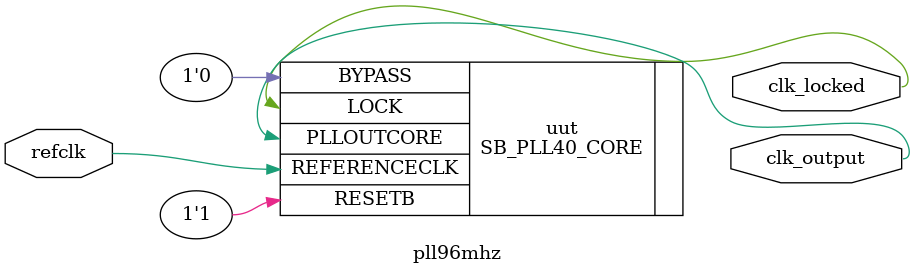
<source format=v>
/**
 * PLL configuration
 *
 * This Verilog module was generated automatically
 * using the icepll tool from the IceStorm project.
 * Use at your own risk.
 *
 * Given input frequency:        16.000 MHz
 * Requested output frequency:   96.000 MHz
 * Achieved output frequency:    96.000 MHz
 */

module pll96mhz (
           input  refclk,
           output clk_output,
           output clk_locked
    );

    SB_PLL40_CORE #(
        .FEEDBACK_PATH("SIMPLE"),
        .DIVR(4'b0000),     // DIVR =  0
        .DIVF(7'b0101111),  // DIVF = 47
        .DIVQ(3'b011),      // DIVQ =  3
        .FILTER_RANGE(3'b001)   // FILTER_RANGE = 1
    ) uut (
        .LOCK         ( clk_locked ),
        .RESETB       ( 1'b1       ),
        .BYPASS       ( 1'b0       ),
        .REFERENCECLK ( refclk     ),
        .PLLOUTCORE   ( clk_output )
    );

endmodule

</source>
